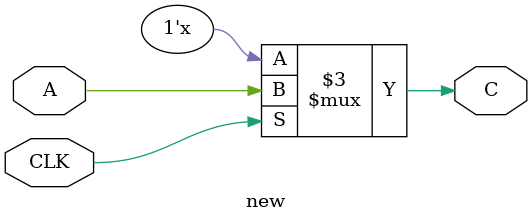
<source format=v>
`timescale 1ns / 1ps
module new(A,CLK,C);
    input A,CLK;
    output C;
//to store value of the c, we need a register
reg C;

always @(A or CLK)
if (CLK)
C=A;

endmodule

</source>
